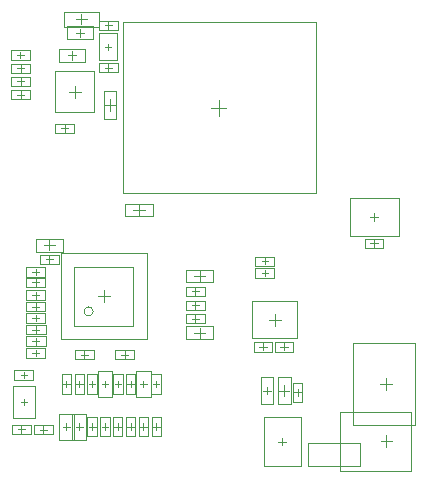
<source format=gbr>
%TF.GenerationSoftware,Altium Limited,Altium Designer,21.4.1 (30)*%
G04 Layer_Color=32768*
%FSLAX45Y45*%
%MOMM*%
%TF.SameCoordinates,F4A6E2B2-E63A-418B-8CEE-B9A354165880*%
%TF.FilePolarity,Positive*%
%TF.FileFunction,Other,Top_Assembly*%
%TF.Part,Single*%
G01*
G75*
%TA.AperFunction,NonConductor*%
%ADD101C,0.10000*%
%ADD113C,0.05000*%
%ADD134C,0.07620*%
D101*
X3250000Y686000D02*
Y786000D01*
X3200000Y736000D02*
X3300000D01*
X2970000Y386000D02*
Y1086000D01*
X3500000D01*
Y386000D02*
Y1086000D01*
X2970000Y386000D02*
X3500000D01*
X2865000Y0D02*
X3465000D01*
Y500000D01*
X2865000D02*
X3465000D01*
X2865000Y0D02*
Y500000D01*
X3255000Y200000D02*
Y300000D01*
X3205000Y250000D02*
X3305000D01*
X1170026Y737000D02*
X1225026D01*
X1197526Y709500D02*
Y764500D01*
X844313Y737000D02*
X899313D01*
X871813Y709500D02*
Y764500D01*
X518600Y375000D02*
X573600D01*
X546100Y347500D02*
Y402500D01*
X627171Y375000D02*
X682171D01*
X654671Y347500D02*
Y402500D01*
D113*
X205000Y1252629D02*
Y1332629D01*
X365000Y1252629D02*
Y1332629D01*
X205000D02*
X365000D01*
X205000Y1252629D02*
X365000D01*
X257500Y1292629D02*
X312500D01*
X285000Y1265129D02*
Y1320129D01*
X1137526Y627000D02*
Y847000D01*
X1257526Y627000D02*
Y847000D01*
X1137526Y627000D02*
X1257526D01*
X1137526Y847000D02*
X1257526D01*
X811813Y627000D02*
Y847000D01*
X931813Y627000D02*
Y847000D01*
X811813Y627000D02*
X931813D01*
X811813Y847000D02*
X931813D01*
X486100Y265000D02*
Y485000D01*
X606100Y265000D02*
Y485000D01*
X486100Y265000D02*
X606100D01*
X486100Y485000D02*
X606100D01*
X594671Y265000D02*
Y485000D01*
X714671Y265000D02*
Y485000D01*
X594671Y265000D02*
X714671D01*
X594671Y485000D02*
X714671D01*
D134*
X771660Y1350461D02*
G03*
X771660Y1350461I-38100J0D01*
G01*
X450001Y3034999D02*
X779997D01*
X450001Y3385001D02*
X779997D01*
X450001Y3034999D02*
Y3385001D01*
X779997Y3034999D02*
Y3385001D01*
X614999Y3160003D02*
Y3260003D01*
X565002Y3210000D02*
X665001D01*
X1160000Y2166800D02*
Y2252480D01*
X1112500Y2209300D02*
X1207500D01*
X1045000Y2155960D02*
X1275000D01*
Y2262640D01*
X1045000D02*
X1275000D01*
X1045000Y2155960D02*
Y2262640D01*
X549000Y3655000D02*
Y3765000D01*
X771000Y3655000D02*
Y3765000D01*
X549000D02*
X771000D01*
X549000Y3655000D02*
X771000D01*
X626980Y3710000D02*
X695560D01*
X660000Y3674440D02*
Y3745560D01*
X594360Y3482340D02*
Y3553460D01*
X558800Y3517900D02*
X627380D01*
X483360Y3572900D02*
X705360D01*
X483360Y3462900D02*
X705360D01*
X483360D02*
Y3572900D01*
X705360Y3462900D02*
Y3572900D01*
X2370380Y215339D02*
Y278839D01*
X2339900Y248359D02*
X2403400D01*
X2532940Y40079D02*
Y454099D01*
X2215440Y40079D02*
X2532940D01*
X2215440D02*
Y454099D01*
X2530400D01*
X2944300Y1991320D02*
Y2306280D01*
Y1991320D02*
X3358320D01*
Y2308820D01*
X2944300D02*
X3358320D01*
X3150040Y2115780D02*
Y2179280D01*
X3119560Y2146260D02*
X3183060D01*
X2205960Y679999D02*
X2277080D01*
X2241520Y646979D02*
Y713019D01*
X2191520Y562500D02*
X2291520D01*
X2191520Y797499D02*
X2291520D01*
X2191520Y562500D02*
Y797499D01*
X2291520Y562500D02*
Y797499D01*
X2336660Y565000D02*
X2443340D01*
X2336660D02*
Y795000D01*
X2443340D01*
Y565000D02*
Y795000D01*
X2390000Y632500D02*
Y727500D01*
X2346820Y680000D02*
X2432500D01*
X2544300Y587319D02*
Y747319D01*
X2474300Y667319D02*
X2534300D01*
X2504300Y637319D02*
Y697319D01*
X2464300Y747319D02*
X2544300D01*
X2464300Y587319D02*
Y747319D01*
Y587319D02*
X2544300D01*
X368900Y1057200D02*
Y1138000D01*
X203100Y1057200D02*
Y1138000D01*
Y1057200D02*
X368900D01*
X203100Y1138000D02*
X368900D01*
X257500Y1097500D02*
X312500D01*
X285000Y1070000D02*
Y1125000D01*
X862188Y2983384D02*
X968868D01*
X862188D02*
Y3213384D01*
X968868D01*
Y2983384D02*
Y3213384D01*
X915529Y3050884D02*
Y3145884D01*
X872348Y3098384D02*
X958029D01*
X1559940Y1595800D02*
Y1702480D01*
X1789940D01*
Y1595800D02*
Y1702480D01*
X1559940Y1595800D02*
X1789940D01*
X1627440Y1649140D02*
X1722440D01*
X1674939Y1606640D02*
Y1692320D01*
X400000Y1866820D02*
Y1952500D01*
X352500Y1910000D02*
X447500D01*
X285000Y1963340D02*
X515000D01*
X285000Y1856660D02*
Y1963340D01*
Y1856660D02*
X515000D01*
Y1963340D01*
X1789900Y1116660D02*
Y1223340D01*
X1559900Y1116660D02*
X1789900D01*
X1559900D02*
Y1223340D01*
X1789900D01*
X1627400Y1170000D02*
X1722400D01*
X1674900Y1126820D02*
Y1212500D01*
X527300Y3759500D02*
Y3889500D01*
X817300Y3759500D02*
Y3889500D01*
X527300D02*
X817300D01*
X527300Y3759500D02*
X817300D01*
X627300Y3824500D02*
X717300D01*
X672300Y3779500D02*
Y3869500D01*
X531209Y2873174D02*
Y2928174D01*
X503709Y2900674D02*
X558709D01*
X451209Y2860674D02*
X611209D01*
X451209Y2940674D02*
X611209D01*
Y2860674D02*
Y2940674D01*
X451209Y2860674D02*
Y2940674D01*
X73700Y3256900D02*
Y3337700D01*
X239500Y3256900D02*
Y3337700D01*
X73700D02*
X239500D01*
X73700Y3256900D02*
X239500D01*
X130100Y3297400D02*
X185100D01*
X157600Y3269900D02*
Y3324900D01*
X73000Y3146000D02*
Y3226800D01*
X238800Y3146000D02*
Y3226800D01*
X73000D02*
X238800D01*
X73000Y3146000D02*
X238800D01*
X129400Y3186500D02*
X184400D01*
X156900Y3159000D02*
Y3214000D01*
X1061455Y737000D02*
X1116455D01*
X1088955Y709500D02*
Y764500D01*
X1048455Y655100D02*
Y820900D01*
X1129255Y655100D02*
Y820900D01*
X1048455Y655100D02*
X1129255D01*
X1048455Y820900D02*
X1129255D01*
X91020Y447320D02*
X278980D01*
Y716560D01*
X91020Y447320D02*
Y716560D01*
X278980D01*
X159600Y581940D02*
X210400D01*
X185000Y556540D02*
Y607340D01*
Y785500D02*
Y840500D01*
X157500Y813000D02*
X212500D01*
X105000Y773000D02*
X265000D01*
X105000Y853000D02*
X265000D01*
Y773000D02*
Y853000D01*
X105000Y773000D02*
Y853000D01*
X245000Y311000D02*
Y391000D01*
X85000Y311000D02*
Y391000D01*
Y311000D02*
X245000D01*
X85000Y391000D02*
X245000D01*
X137500Y351000D02*
X192500D01*
X165000Y323500D02*
Y378500D01*
X350000Y322500D02*
Y377500D01*
X322500Y350000D02*
X377500D01*
X270000Y390000D02*
X430000D01*
X270000Y310000D02*
X430000D01*
X270000D02*
Y390000D01*
X430000Y310000D02*
Y390000D01*
X3070004Y1885496D02*
Y1965496D01*
X3230003D01*
Y1885496D02*
Y1965496D01*
X3120003Y1925496D02*
X3180004D01*
X3150004Y1895496D02*
Y1955496D01*
X3070004Y1885496D02*
X3230003D01*
X240600Y3481400D02*
Y3562200D01*
X74800Y3481400D02*
Y3562200D01*
Y3481400D02*
X240600D01*
X74800Y3562200D02*
X240600D01*
X129200Y3521700D02*
X184200D01*
X156700Y3494200D02*
Y3549200D01*
X241400Y3368200D02*
Y3449000D01*
X75600Y3368200D02*
Y3449000D01*
Y3368200D02*
X241400D01*
X75600Y3449000D02*
X241400D01*
X130000Y3408500D02*
X185000D01*
X157500Y3381000D02*
Y3436000D01*
X3030000Y40000D02*
Y233000D01*
X2590000Y40000D02*
X3030000D01*
X2590000D02*
Y233000D01*
X3030000D01*
X1768420Y3073000D02*
X1895420D01*
X1839540Y3004420D02*
Y3139040D01*
X2657420Y2354180D02*
Y3796900D01*
X1024200D02*
X2657420D01*
X1024200Y2354180D02*
Y3796900D01*
Y2354180D02*
X2657420D01*
X820000Y3373760D02*
X980000D01*
X900000Y3383760D02*
Y3443760D01*
X870000Y3413760D02*
X930000D01*
X980000Y3373760D02*
Y3453760D01*
X820000D02*
X980000D01*
X820000Y3373760D02*
Y3453760D01*
Y3731900D02*
Y3811900D01*
X980000D01*
Y3731900D02*
Y3811900D01*
X870000Y3771900D02*
X930000D01*
X900000Y3741900D02*
Y3801900D01*
X820000Y3731900D02*
X980000D01*
X1557640Y1479478D02*
X1717640D01*
X1637640Y1489478D02*
Y1549478D01*
X1607640Y1519478D02*
X1667640D01*
X1717640Y1479478D02*
Y1559478D01*
X1557640D02*
X1717640D01*
X1557640Y1479478D02*
Y1559478D01*
X480000Y1750000D02*
Y1830000D01*
X320000Y1750000D02*
X480000D01*
X320000D02*
Y1830000D01*
X370000Y1790000D02*
X430000D01*
X400000Y1760000D02*
Y1820000D01*
X320000Y1830000D02*
X480000D01*
X1557640Y1361800D02*
X1717640D01*
X1637640Y1371800D02*
Y1431800D01*
X1607640Y1401800D02*
X1667640D01*
X1717640Y1361800D02*
Y1441800D01*
X1557640D02*
X1717640D01*
X1557640Y1361800D02*
Y1441800D01*
X205000Y1447714D02*
Y1527714D01*
X365000D01*
Y1447714D02*
Y1527714D01*
X255000Y1487714D02*
X315000D01*
X285000Y1457714D02*
Y1517714D01*
X205000Y1447714D02*
X365000D01*
X1557640Y1250000D02*
X1717640D01*
X1637640Y1260000D02*
Y1320000D01*
X1607640Y1290000D02*
X1667640D01*
X1717640Y1250000D02*
Y1330000D01*
X1557640D02*
X1717640D01*
X1557640Y1250000D02*
Y1330000D01*
X365000Y1350171D02*
Y1430171D01*
X205000Y1350171D02*
X365000D01*
X205000D02*
Y1430171D01*
X255000Y1390171D02*
X315000D01*
X285000Y1360172D02*
Y1420171D01*
X205000Y1430171D02*
X365000D01*
X1266099Y295000D02*
Y455000D01*
X1276099Y375000D02*
X1336099D01*
X1306099Y345000D02*
Y405000D01*
X1266099Y295000D02*
X1346099D01*
Y455000D01*
X1266099D02*
X1346099D01*
X723242Y295000D02*
X803242D01*
X723242D02*
Y455000D01*
X803242D01*
X763243Y345000D02*
Y405000D01*
X733243Y375000D02*
X793243D01*
X803242Y295000D02*
Y455000D01*
X1128956Y295000D02*
Y455000D01*
X1058956Y375000D02*
X1118956D01*
X1088956Y345000D02*
Y405000D01*
X1048956Y455000D02*
X1128956D01*
X1048956Y295000D02*
Y455000D01*
Y295000D02*
X1128956D01*
X2307600Y1010000D02*
Y1090000D01*
X2467600D01*
Y1010000D02*
Y1090000D01*
X2357600Y1050000D02*
X2417600D01*
X2387600Y1020000D02*
Y1080000D01*
X2307600Y1010000D02*
X2467600D01*
X2129800Y1090000D02*
X2289800D01*
X2209800Y1020000D02*
Y1080000D01*
X2179800Y1050000D02*
X2239800D01*
X2129800Y1010000D02*
Y1090000D01*
Y1010000D02*
X2289800D01*
Y1090000D01*
X618501Y1023301D02*
X778501D01*
X698501Y953301D02*
Y1013301D01*
X668501Y983301D02*
X728501D01*
X618501Y943301D02*
Y1023301D01*
Y943301D02*
X778501D01*
Y1023301D01*
X1117500Y943302D02*
Y1023302D01*
X957500Y943302D02*
X1117500D01*
X957500D02*
Y1023302D01*
X1007500Y983302D02*
X1067500D01*
X1037500Y953302D02*
Y1013302D01*
X957500Y1023302D02*
X1117500D01*
X940385Y295000D02*
Y455000D01*
X950385Y375000D02*
X1010385D01*
X980385Y345000D02*
Y405000D01*
X940385Y295000D02*
X1020385D01*
Y455000D01*
X940385D02*
X1020385D01*
X285600Y1569300D02*
Y1624300D01*
X258100Y1596800D02*
X313100D01*
X201700Y1556300D02*
X367500D01*
X201700Y1637100D02*
X367500D01*
Y1556300D02*
Y1637100D01*
X201700Y1556300D02*
Y1637100D01*
X201101Y1645200D02*
Y1726000D01*
X366901Y1645200D02*
Y1726000D01*
X201101D02*
X366901D01*
X201101Y1645200D02*
X366901D01*
X257501Y1685700D02*
X312501D01*
X285001Y1658200D02*
Y1713200D01*
X285000Y1167586D02*
Y1222586D01*
X257500Y1195086D02*
X312500D01*
X203100Y1235586D02*
X368900D01*
X203100Y1154786D02*
X368900D01*
X203100D02*
Y1235586D01*
X368900Y1154786D02*
Y1235586D01*
X614171Y820900D02*
X694971D01*
X614171Y655100D02*
X694971D01*
Y820900D01*
X614171Y655100D02*
Y820900D01*
X654671Y709500D02*
Y764500D01*
X627171Y737000D02*
X682171D01*
X844314Y375000D02*
X899314D01*
X871814Y347500D02*
Y402500D01*
X831314Y293100D02*
Y458900D01*
X912114Y293100D02*
Y458900D01*
X831314Y293100D02*
X912114D01*
X831314Y458900D02*
X912114D01*
X1278597Y737000D02*
X1333597D01*
X1306097Y709500D02*
Y764500D01*
X1346597Y653100D02*
Y818900D01*
X1265797Y653100D02*
Y818900D01*
X1346597D01*
X1265797Y653100D02*
X1346597D01*
X505600Y820900D02*
X586400D01*
X505600Y655100D02*
X586400D01*
Y820900D01*
X505600Y655100D02*
Y820900D01*
X546100Y709500D02*
Y764500D01*
X518600Y737000D02*
X573600D01*
X285000Y972500D02*
Y1027500D01*
X257500Y1000000D02*
X312500D01*
X201100Y959500D02*
X366900D01*
X201100Y1040300D02*
X366900D01*
Y959500D02*
Y1040300D01*
X201100Y959500D02*
Y1040300D01*
X939884Y820900D02*
X1020684D01*
X939884Y655100D02*
X1020684D01*
Y820900D01*
X939884Y655100D02*
Y820900D01*
X980384Y709500D02*
Y764500D01*
X952884Y737000D02*
X1007884D01*
X735742D02*
X790742D01*
X763242Y709500D02*
Y764500D01*
X803742Y653100D02*
Y818900D01*
X722942Y653100D02*
Y818900D01*
X803742D01*
X722942Y653100D02*
X803742D01*
X1157028Y458900D02*
X1237828D01*
X1157028Y293100D02*
X1237828D01*
Y458900D01*
X1157028Y293100D02*
Y458900D01*
X1197528Y347500D02*
Y402500D01*
X1170028Y375000D02*
X1225028D01*
X2225000Y1747500D02*
Y1802500D01*
X2197500Y1775000D02*
X2252500D01*
X2145000Y1815000D02*
X2305000D01*
X2145000Y1735000D02*
X2305000D01*
X2145000D02*
Y1815000D01*
X2305000Y1735000D02*
Y1815000D01*
Y1635000D02*
Y1715000D01*
X2145000Y1635000D02*
Y1715000D01*
Y1635000D02*
X2305000D01*
X2145000Y1715000D02*
X2305000D01*
X2197500Y1675000D02*
X2252500D01*
X2225000Y1647500D02*
Y1702500D01*
X2120120Y1442560D02*
X2501120D01*
X2120120Y1122520D02*
X2501120D01*
X2120120D02*
Y1442560D01*
X2501120Y1122520D02*
Y1442560D01*
X2310620Y1230400D02*
Y1330400D01*
X2260620Y1280000D02*
X2360620D01*
X874600Y3593000D02*
X925400D01*
X900000Y3567600D02*
Y3618400D01*
X823800Y3478700D02*
X976200D01*
Y3707300D01*
X823800D02*
X976200D01*
X823800Y3478700D02*
Y3707300D01*
X613100Y1230001D02*
X1113100D01*
X613100Y1730001D02*
X1113100D01*
X613100Y1230001D02*
Y1730001D01*
X1113100Y1230001D02*
Y1730001D01*
X1231400Y1114241D02*
Y1848301D01*
X499880Y1114241D02*
Y1848301D01*
X1231400D01*
X499880Y1114241D02*
X1231400D01*
X863100Y1430001D02*
Y1530002D01*
X813100Y1480001D02*
X913100D01*
%TF.MD5,9a239a919f8e155418464f421fc5fa9e*%
M02*

</source>
